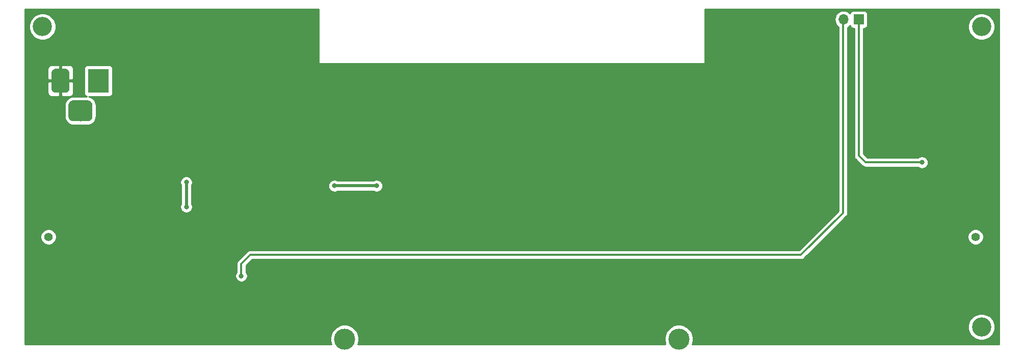
<source format=gbr>
G04 #@! TF.GenerationSoftware,KiCad,Pcbnew,(5.1.4)-1*
G04 #@! TF.CreationDate,2020-04-08T10:51:13+02:00*
G04 #@! TF.ProjectId,PCB_Theremin,5043425f-5468-4657-9265-6d696e2e6b69,rev?*
G04 #@! TF.SameCoordinates,Original*
G04 #@! TF.FileFunction,Copper,L2,Bot*
G04 #@! TF.FilePolarity,Positive*
%FSLAX46Y46*%
G04 Gerber Fmt 4.6, Leading zero omitted, Abs format (unit mm)*
G04 Created by KiCad (PCBNEW (5.1.4)-1) date 2020-04-08 10:51:13*
%MOMM*%
%LPD*%
G04 APERTURE LIST*
%ADD10O,1.700000X1.700000*%
%ADD11R,1.700000X1.700000*%
%ADD12C,1.400000*%
%ADD13C,0.100000*%
%ADD14C,3.500000*%
%ADD15C,3.000000*%
%ADD16R,3.500000X4.000000*%
%ADD17C,3.200000*%
%ADD18C,0.800000*%
%ADD19C,0.500000*%
%ADD20C,0.300000*%
%ADD21C,0.254000*%
G04 APERTURE END LIST*
D10*
X188060000Y-63800000D03*
D11*
X190600000Y-63800000D03*
D12*
X210000000Y-100000000D03*
X56000000Y-100000000D03*
D13*
G36*
X62510765Y-77254213D02*
G01*
X62595704Y-77266813D01*
X62678999Y-77287677D01*
X62759848Y-77316605D01*
X62837472Y-77353319D01*
X62911124Y-77397464D01*
X62980094Y-77448616D01*
X63043718Y-77506282D01*
X63101384Y-77569906D01*
X63152536Y-77638876D01*
X63196681Y-77712528D01*
X63233395Y-77790152D01*
X63262323Y-77871001D01*
X63283187Y-77954296D01*
X63295787Y-78039235D01*
X63300000Y-78125000D01*
X63300000Y-79875000D01*
X63295787Y-79960765D01*
X63283187Y-80045704D01*
X63262323Y-80128999D01*
X63233395Y-80209848D01*
X63196681Y-80287472D01*
X63152536Y-80361124D01*
X63101384Y-80430094D01*
X63043718Y-80493718D01*
X62980094Y-80551384D01*
X62911124Y-80602536D01*
X62837472Y-80646681D01*
X62759848Y-80683395D01*
X62678999Y-80712323D01*
X62595704Y-80733187D01*
X62510765Y-80745787D01*
X62425000Y-80750000D01*
X60175000Y-80750000D01*
X60089235Y-80745787D01*
X60004296Y-80733187D01*
X59921001Y-80712323D01*
X59840152Y-80683395D01*
X59762528Y-80646681D01*
X59688876Y-80602536D01*
X59619906Y-80551384D01*
X59556282Y-80493718D01*
X59498616Y-80430094D01*
X59447464Y-80361124D01*
X59403319Y-80287472D01*
X59366605Y-80209848D01*
X59337677Y-80128999D01*
X59316813Y-80045704D01*
X59304213Y-79960765D01*
X59300000Y-79875000D01*
X59300000Y-78125000D01*
X59304213Y-78039235D01*
X59316813Y-77954296D01*
X59337677Y-77871001D01*
X59366605Y-77790152D01*
X59403319Y-77712528D01*
X59447464Y-77638876D01*
X59498616Y-77569906D01*
X59556282Y-77506282D01*
X59619906Y-77448616D01*
X59688876Y-77397464D01*
X59762528Y-77353319D01*
X59840152Y-77316605D01*
X59921001Y-77287677D01*
X60004296Y-77266813D01*
X60089235Y-77254213D01*
X60175000Y-77250000D01*
X62425000Y-77250000D01*
X62510765Y-77254213D01*
X62510765Y-77254213D01*
G37*
D14*
X61300000Y-79000000D03*
D13*
G36*
X58823513Y-72003611D02*
G01*
X58896318Y-72014411D01*
X58967714Y-72032295D01*
X59037013Y-72057090D01*
X59103548Y-72088559D01*
X59166678Y-72126398D01*
X59225795Y-72170242D01*
X59280330Y-72219670D01*
X59329758Y-72274205D01*
X59373602Y-72333322D01*
X59411441Y-72396452D01*
X59442910Y-72462987D01*
X59467705Y-72532286D01*
X59485589Y-72603682D01*
X59496389Y-72676487D01*
X59500000Y-72750000D01*
X59500000Y-75250000D01*
X59496389Y-75323513D01*
X59485589Y-75396318D01*
X59467705Y-75467714D01*
X59442910Y-75537013D01*
X59411441Y-75603548D01*
X59373602Y-75666678D01*
X59329758Y-75725795D01*
X59280330Y-75780330D01*
X59225795Y-75829758D01*
X59166678Y-75873602D01*
X59103548Y-75911441D01*
X59037013Y-75942910D01*
X58967714Y-75967705D01*
X58896318Y-75985589D01*
X58823513Y-75996389D01*
X58750000Y-76000000D01*
X57250000Y-76000000D01*
X57176487Y-75996389D01*
X57103682Y-75985589D01*
X57032286Y-75967705D01*
X56962987Y-75942910D01*
X56896452Y-75911441D01*
X56833322Y-75873602D01*
X56774205Y-75829758D01*
X56719670Y-75780330D01*
X56670242Y-75725795D01*
X56626398Y-75666678D01*
X56588559Y-75603548D01*
X56557090Y-75537013D01*
X56532295Y-75467714D01*
X56514411Y-75396318D01*
X56503611Y-75323513D01*
X56500000Y-75250000D01*
X56500000Y-72750000D01*
X56503611Y-72676487D01*
X56514411Y-72603682D01*
X56532295Y-72532286D01*
X56557090Y-72462987D01*
X56588559Y-72396452D01*
X56626398Y-72333322D01*
X56670242Y-72274205D01*
X56719670Y-72219670D01*
X56774205Y-72170242D01*
X56833322Y-72126398D01*
X56896452Y-72088559D01*
X56962987Y-72057090D01*
X57032286Y-72032295D01*
X57103682Y-72014411D01*
X57176487Y-72003611D01*
X57250000Y-72000000D01*
X58750000Y-72000000D01*
X58823513Y-72003611D01*
X58823513Y-72003611D01*
G37*
D15*
X58000000Y-74000000D03*
D16*
X64300000Y-74000000D03*
D14*
X105200000Y-117000000D03*
X160700000Y-117000000D03*
D17*
X55000000Y-65000000D03*
X211000000Y-65000000D03*
X211000000Y-115000000D03*
X55000000Y-115000000D03*
D18*
X78000000Y-111000062D03*
X70000000Y-115000000D03*
X63525000Y-108025000D03*
X187000000Y-102500000D03*
X187000000Y-106500000D03*
X84000000Y-65000000D03*
X87000000Y-65000000D03*
X90000000Y-65000000D03*
X93000000Y-65000000D03*
X96000000Y-65000000D03*
X99000000Y-65000000D03*
X99000000Y-67000000D03*
X96000000Y-67000000D03*
X93000000Y-67000000D03*
X93000000Y-69000000D03*
X96000000Y-69000000D03*
X99000000Y-69000000D03*
X99000000Y-71000000D03*
X96000000Y-71000000D03*
X93000000Y-71000000D03*
X93000000Y-73000000D03*
X96000000Y-73000000D03*
X99000000Y-73000000D03*
X99000000Y-75000000D03*
X96000000Y-75000000D03*
X93000000Y-75000000D03*
X93000000Y-77000000D03*
X96000000Y-77000000D03*
X99000000Y-77000000D03*
X99000000Y-79000000D03*
X96000000Y-79000000D03*
X93000000Y-79000000D03*
X90000000Y-79000000D03*
X87000000Y-79000000D03*
X84000000Y-79000000D03*
X84000000Y-81000000D03*
X87000000Y-81000000D03*
X90000000Y-81000000D03*
X93000000Y-81000000D03*
X96000000Y-81000000D03*
X99000000Y-81000000D03*
X85100000Y-115000000D03*
X203000000Y-89000000D03*
X210100000Y-91000000D03*
X210100000Y-80000000D03*
X87500000Y-98100000D03*
X67500000Y-65000000D03*
X87000000Y-109000000D03*
X96000000Y-114999736D03*
X92900000Y-107900000D03*
X69000000Y-85000002D03*
X82500000Y-87000000D03*
X73000000Y-98000000D03*
X78000000Y-107000000D03*
X94500000Y-100500000D03*
X192000000Y-115500000D03*
X195000000Y-98500000D03*
X201449992Y-105450000D03*
X203000000Y-83000016D03*
X84000000Y-63000000D03*
X87000000Y-63000000D03*
X90000000Y-63000000D03*
X93000000Y-63000000D03*
X96000000Y-63000000D03*
X99000000Y-63000000D03*
X78900000Y-95000000D03*
X78900000Y-90900012D03*
X103499989Y-91499989D03*
X110500000Y-91500000D03*
X201100000Y-87600000D03*
X88035000Y-106500000D03*
D19*
X78900000Y-95000000D02*
X78900000Y-90900012D01*
D20*
X110499989Y-91499989D02*
X110500000Y-91500000D01*
D19*
X103499989Y-91499989D02*
X110499989Y-91499989D01*
D20*
X190600000Y-64000000D02*
X191000000Y-64000000D01*
X190600000Y-86500000D02*
X190600000Y-64000000D01*
X201100000Y-87600000D02*
X191700000Y-87600000D01*
X191700000Y-87600000D02*
X190600000Y-86500000D01*
X188000000Y-96000000D02*
X188000000Y-64000000D01*
X181000000Y-103000000D02*
X188000000Y-96000000D01*
X89500000Y-103000000D02*
X181000000Y-103000000D01*
X88035000Y-106500000D02*
X88035000Y-104465000D01*
X88035000Y-104465000D02*
X89500000Y-103000000D01*
D21*
G36*
X100873000Y-71000000D02*
G01*
X100875440Y-71024776D01*
X100882667Y-71048601D01*
X100894403Y-71070557D01*
X100910197Y-71089803D01*
X100929443Y-71105597D01*
X100951399Y-71117333D01*
X100975224Y-71124560D01*
X101000000Y-71127000D01*
X164940953Y-71127000D01*
X164965729Y-71124560D01*
X164989554Y-71117333D01*
X165011510Y-71105597D01*
X165030756Y-71089803D01*
X165046550Y-71070557D01*
X165058286Y-71048601D01*
X165065513Y-71024776D01*
X165067953Y-71000000D01*
X165067953Y-62127000D01*
X213873000Y-62127000D01*
X213873000Y-117873000D01*
X162919897Y-117873000D01*
X162993346Y-117695679D01*
X163085000Y-117234902D01*
X163085000Y-116765098D01*
X162993346Y-116304321D01*
X162813560Y-115870279D01*
X162552550Y-115479651D01*
X162220349Y-115147450D01*
X161829721Y-114886440D01*
X161572443Y-114779872D01*
X208765000Y-114779872D01*
X208765000Y-115220128D01*
X208850890Y-115651925D01*
X209019369Y-116058669D01*
X209263962Y-116424729D01*
X209575271Y-116736038D01*
X209941331Y-116980631D01*
X210348075Y-117149110D01*
X210779872Y-117235000D01*
X211220128Y-117235000D01*
X211651925Y-117149110D01*
X212058669Y-116980631D01*
X212424729Y-116736038D01*
X212736038Y-116424729D01*
X212980631Y-116058669D01*
X213149110Y-115651925D01*
X213235000Y-115220128D01*
X213235000Y-114779872D01*
X213149110Y-114348075D01*
X212980631Y-113941331D01*
X212736038Y-113575271D01*
X212424729Y-113263962D01*
X212058669Y-113019369D01*
X211651925Y-112850890D01*
X211220128Y-112765000D01*
X210779872Y-112765000D01*
X210348075Y-112850890D01*
X209941331Y-113019369D01*
X209575271Y-113263962D01*
X209263962Y-113575271D01*
X209019369Y-113941331D01*
X208850890Y-114348075D01*
X208765000Y-114779872D01*
X161572443Y-114779872D01*
X161395679Y-114706654D01*
X160934902Y-114615000D01*
X160465098Y-114615000D01*
X160004321Y-114706654D01*
X159570279Y-114886440D01*
X159179651Y-115147450D01*
X158847450Y-115479651D01*
X158586440Y-115870279D01*
X158406654Y-116304321D01*
X158315000Y-116765098D01*
X158315000Y-117234902D01*
X158406654Y-117695679D01*
X158480103Y-117873000D01*
X107419897Y-117873000D01*
X107493346Y-117695679D01*
X107585000Y-117234902D01*
X107585000Y-116765098D01*
X107493346Y-116304321D01*
X107313560Y-115870279D01*
X107052550Y-115479651D01*
X106720349Y-115147450D01*
X106329721Y-114886440D01*
X105895679Y-114706654D01*
X105434902Y-114615000D01*
X104965098Y-114615000D01*
X104504321Y-114706654D01*
X104070279Y-114886440D01*
X103679651Y-115147450D01*
X103347450Y-115479651D01*
X103086440Y-115870279D01*
X102906654Y-116304321D01*
X102815000Y-116765098D01*
X102815000Y-117234902D01*
X102906654Y-117695679D01*
X102980103Y-117873000D01*
X52127000Y-117873000D01*
X52127000Y-106398061D01*
X87000000Y-106398061D01*
X87000000Y-106601939D01*
X87039774Y-106801898D01*
X87117795Y-106990256D01*
X87231063Y-107159774D01*
X87375226Y-107303937D01*
X87544744Y-107417205D01*
X87733102Y-107495226D01*
X87933061Y-107535000D01*
X88136939Y-107535000D01*
X88336898Y-107495226D01*
X88525256Y-107417205D01*
X88694774Y-107303937D01*
X88838937Y-107159774D01*
X88952205Y-106990256D01*
X89030226Y-106801898D01*
X89070000Y-106601939D01*
X89070000Y-106398061D01*
X89030226Y-106198102D01*
X88952205Y-106009744D01*
X88838937Y-105840226D01*
X88820000Y-105821289D01*
X88820000Y-104790157D01*
X89825157Y-103785000D01*
X180961447Y-103785000D01*
X181000000Y-103788797D01*
X181038553Y-103785000D01*
X181038561Y-103785000D01*
X181153887Y-103773641D01*
X181301860Y-103728754D01*
X181438233Y-103655862D01*
X181557764Y-103557764D01*
X181582347Y-103527810D01*
X185241643Y-99868514D01*
X208665000Y-99868514D01*
X208665000Y-100131486D01*
X208716304Y-100389405D01*
X208816939Y-100632359D01*
X208963038Y-100851013D01*
X209148987Y-101036962D01*
X209367641Y-101183061D01*
X209610595Y-101283696D01*
X209868514Y-101335000D01*
X210131486Y-101335000D01*
X210389405Y-101283696D01*
X210632359Y-101183061D01*
X210851013Y-101036962D01*
X211036962Y-100851013D01*
X211183061Y-100632359D01*
X211283696Y-100389405D01*
X211335000Y-100131486D01*
X211335000Y-99868514D01*
X211283696Y-99610595D01*
X211183061Y-99367641D01*
X211036962Y-99148987D01*
X210851013Y-98963038D01*
X210632359Y-98816939D01*
X210389405Y-98716304D01*
X210131486Y-98665000D01*
X209868514Y-98665000D01*
X209610595Y-98716304D01*
X209367641Y-98816939D01*
X209148987Y-98963038D01*
X208963038Y-99148987D01*
X208816939Y-99367641D01*
X208716304Y-99610595D01*
X208665000Y-99868514D01*
X185241643Y-99868514D01*
X188527817Y-96582341D01*
X188557764Y-96557764D01*
X188655862Y-96438233D01*
X188728754Y-96301860D01*
X188728754Y-96301859D01*
X188773642Y-96153887D01*
X188781020Y-96078974D01*
X188785000Y-96038561D01*
X188785000Y-96038556D01*
X188788797Y-96000000D01*
X188785000Y-95961445D01*
X188785000Y-65096303D01*
X188889014Y-65040706D01*
X189115134Y-64855134D01*
X189139607Y-64825313D01*
X189160498Y-64894180D01*
X189219463Y-65004494D01*
X189298815Y-65101185D01*
X189395506Y-65180537D01*
X189505820Y-65239502D01*
X189625518Y-65275812D01*
X189750000Y-65288072D01*
X189815001Y-65288072D01*
X189815000Y-86461447D01*
X189811203Y-86500000D01*
X189815000Y-86538553D01*
X189815000Y-86538560D01*
X189826359Y-86653886D01*
X189871246Y-86801859D01*
X189944138Y-86938232D01*
X190042236Y-87057764D01*
X190072190Y-87082347D01*
X191117658Y-88127815D01*
X191142236Y-88157764D01*
X191172184Y-88182342D01*
X191172187Y-88182345D01*
X191201559Y-88206450D01*
X191261767Y-88255862D01*
X191398140Y-88328754D01*
X191546113Y-88373642D01*
X191621026Y-88381020D01*
X191661439Y-88385000D01*
X191661444Y-88385000D01*
X191700000Y-88388797D01*
X191738555Y-88385000D01*
X200421289Y-88385000D01*
X200440226Y-88403937D01*
X200609744Y-88517205D01*
X200798102Y-88595226D01*
X200998061Y-88635000D01*
X201201939Y-88635000D01*
X201401898Y-88595226D01*
X201590256Y-88517205D01*
X201759774Y-88403937D01*
X201903937Y-88259774D01*
X202017205Y-88090256D01*
X202095226Y-87901898D01*
X202135000Y-87701939D01*
X202135000Y-87498061D01*
X202095226Y-87298102D01*
X202017205Y-87109744D01*
X201903937Y-86940226D01*
X201759774Y-86796063D01*
X201590256Y-86682795D01*
X201401898Y-86604774D01*
X201201939Y-86565000D01*
X200998061Y-86565000D01*
X200798102Y-86604774D01*
X200609744Y-86682795D01*
X200440226Y-86796063D01*
X200421289Y-86815000D01*
X192025158Y-86815000D01*
X191385000Y-86174843D01*
X191385000Y-65288072D01*
X191450000Y-65288072D01*
X191574482Y-65275812D01*
X191694180Y-65239502D01*
X191804494Y-65180537D01*
X191901185Y-65101185D01*
X191980537Y-65004494D01*
X192039502Y-64894180D01*
X192074176Y-64779872D01*
X208765000Y-64779872D01*
X208765000Y-65220128D01*
X208850890Y-65651925D01*
X209019369Y-66058669D01*
X209263962Y-66424729D01*
X209575271Y-66736038D01*
X209941331Y-66980631D01*
X210348075Y-67149110D01*
X210779872Y-67235000D01*
X211220128Y-67235000D01*
X211651925Y-67149110D01*
X212058669Y-66980631D01*
X212424729Y-66736038D01*
X212736038Y-66424729D01*
X212980631Y-66058669D01*
X213149110Y-65651925D01*
X213235000Y-65220128D01*
X213235000Y-64779872D01*
X213149110Y-64348075D01*
X212980631Y-63941331D01*
X212736038Y-63575271D01*
X212424729Y-63263962D01*
X212058669Y-63019369D01*
X211651925Y-62850890D01*
X211220128Y-62765000D01*
X210779872Y-62765000D01*
X210348075Y-62850890D01*
X209941331Y-63019369D01*
X209575271Y-63263962D01*
X209263962Y-63575271D01*
X209019369Y-63941331D01*
X208850890Y-64348075D01*
X208765000Y-64779872D01*
X192074176Y-64779872D01*
X192075812Y-64774482D01*
X192088072Y-64650000D01*
X192088072Y-62950000D01*
X192075812Y-62825518D01*
X192039502Y-62705820D01*
X191980537Y-62595506D01*
X191901185Y-62498815D01*
X191804494Y-62419463D01*
X191694180Y-62360498D01*
X191574482Y-62324188D01*
X191450000Y-62311928D01*
X189750000Y-62311928D01*
X189625518Y-62324188D01*
X189505820Y-62360498D01*
X189395506Y-62419463D01*
X189298815Y-62498815D01*
X189219463Y-62595506D01*
X189160498Y-62705820D01*
X189139607Y-62774687D01*
X189115134Y-62744866D01*
X188889014Y-62559294D01*
X188631034Y-62421401D01*
X188351111Y-62336487D01*
X188132950Y-62315000D01*
X187987050Y-62315000D01*
X187768889Y-62336487D01*
X187488966Y-62421401D01*
X187230986Y-62559294D01*
X187004866Y-62744866D01*
X186819294Y-62970986D01*
X186681401Y-63228966D01*
X186596487Y-63508889D01*
X186567815Y-63800000D01*
X186596487Y-64091111D01*
X186681401Y-64371034D01*
X186819294Y-64629014D01*
X187004866Y-64855134D01*
X187215001Y-65027587D01*
X187215000Y-95674842D01*
X180674843Y-102215000D01*
X89538556Y-102215000D01*
X89500000Y-102211203D01*
X89461444Y-102215000D01*
X89461439Y-102215000D01*
X89421026Y-102218980D01*
X89346113Y-102226358D01*
X89198140Y-102271246D01*
X89061767Y-102344138D01*
X88942236Y-102442236D01*
X88917655Y-102472188D01*
X87507185Y-103882658D01*
X87477237Y-103907236D01*
X87452659Y-103937184D01*
X87452655Y-103937188D01*
X87419690Y-103977356D01*
X87379139Y-104026767D01*
X87340177Y-104099660D01*
X87306246Y-104163141D01*
X87261359Y-104311114D01*
X87246203Y-104465000D01*
X87250001Y-104503563D01*
X87250000Y-105821289D01*
X87231063Y-105840226D01*
X87117795Y-106009744D01*
X87039774Y-106198102D01*
X87000000Y-106398061D01*
X52127000Y-106398061D01*
X52127000Y-99868514D01*
X54665000Y-99868514D01*
X54665000Y-100131486D01*
X54716304Y-100389405D01*
X54816939Y-100632359D01*
X54963038Y-100851013D01*
X55148987Y-101036962D01*
X55367641Y-101183061D01*
X55610595Y-101283696D01*
X55868514Y-101335000D01*
X56131486Y-101335000D01*
X56389405Y-101283696D01*
X56632359Y-101183061D01*
X56851013Y-101036962D01*
X57036962Y-100851013D01*
X57183061Y-100632359D01*
X57283696Y-100389405D01*
X57335000Y-100131486D01*
X57335000Y-99868514D01*
X57283696Y-99610595D01*
X57183061Y-99367641D01*
X57036962Y-99148987D01*
X56851013Y-98963038D01*
X56632359Y-98816939D01*
X56389405Y-98716304D01*
X56131486Y-98665000D01*
X55868514Y-98665000D01*
X55610595Y-98716304D01*
X55367641Y-98816939D01*
X55148987Y-98963038D01*
X54963038Y-99148987D01*
X54816939Y-99367641D01*
X54716304Y-99610595D01*
X54665000Y-99868514D01*
X52127000Y-99868514D01*
X52127000Y-90798073D01*
X77865000Y-90798073D01*
X77865000Y-91001951D01*
X77904774Y-91201910D01*
X77982795Y-91390268D01*
X78015001Y-91438468D01*
X78015000Y-94461545D01*
X77982795Y-94509744D01*
X77904774Y-94698102D01*
X77865000Y-94898061D01*
X77865000Y-95101939D01*
X77904774Y-95301898D01*
X77982795Y-95490256D01*
X78096063Y-95659774D01*
X78240226Y-95803937D01*
X78409744Y-95917205D01*
X78598102Y-95995226D01*
X78798061Y-96035000D01*
X79001939Y-96035000D01*
X79201898Y-95995226D01*
X79390256Y-95917205D01*
X79559774Y-95803937D01*
X79703937Y-95659774D01*
X79817205Y-95490256D01*
X79895226Y-95301898D01*
X79935000Y-95101939D01*
X79935000Y-94898061D01*
X79895226Y-94698102D01*
X79817205Y-94509744D01*
X79785000Y-94461546D01*
X79785000Y-91438466D01*
X79812005Y-91398050D01*
X102464989Y-91398050D01*
X102464989Y-91601928D01*
X102504763Y-91801887D01*
X102582784Y-91990245D01*
X102696052Y-92159763D01*
X102840215Y-92303926D01*
X103009733Y-92417194D01*
X103198091Y-92495215D01*
X103398050Y-92534989D01*
X103601928Y-92534989D01*
X103801887Y-92495215D01*
X103990245Y-92417194D01*
X104038443Y-92384989D01*
X109961529Y-92384989D01*
X110009744Y-92417205D01*
X110198102Y-92495226D01*
X110398061Y-92535000D01*
X110601939Y-92535000D01*
X110801898Y-92495226D01*
X110990256Y-92417205D01*
X111159774Y-92303937D01*
X111303937Y-92159774D01*
X111417205Y-91990256D01*
X111495226Y-91801898D01*
X111535000Y-91601939D01*
X111535000Y-91398061D01*
X111495226Y-91198102D01*
X111417205Y-91009744D01*
X111303937Y-90840226D01*
X111159774Y-90696063D01*
X110990256Y-90582795D01*
X110801898Y-90504774D01*
X110601939Y-90465000D01*
X110398061Y-90465000D01*
X110198102Y-90504774D01*
X110009744Y-90582795D01*
X109961562Y-90614989D01*
X104038443Y-90614989D01*
X103990245Y-90582784D01*
X103801887Y-90504763D01*
X103601928Y-90464989D01*
X103398050Y-90464989D01*
X103198091Y-90504763D01*
X103009733Y-90582784D01*
X102840215Y-90696052D01*
X102696052Y-90840215D01*
X102582784Y-91009733D01*
X102504763Y-91198091D01*
X102464989Y-91398050D01*
X79812005Y-91398050D01*
X79817205Y-91390268D01*
X79895226Y-91201910D01*
X79935000Y-91001951D01*
X79935000Y-90798073D01*
X79895226Y-90598114D01*
X79817205Y-90409756D01*
X79703937Y-90240238D01*
X79559774Y-90096075D01*
X79390256Y-89982807D01*
X79201898Y-89904786D01*
X79001939Y-89865012D01*
X78798061Y-89865012D01*
X78598102Y-89904786D01*
X78409744Y-89982807D01*
X78240226Y-90096075D01*
X78096063Y-90240238D01*
X77982795Y-90409756D01*
X77904774Y-90598114D01*
X77865000Y-90798073D01*
X52127000Y-90798073D01*
X52127000Y-78125000D01*
X58661928Y-78125000D01*
X58661928Y-79875000D01*
X58691001Y-80170186D01*
X58777104Y-80454028D01*
X58916927Y-80715618D01*
X59105097Y-80944903D01*
X59334382Y-81133073D01*
X59595972Y-81272896D01*
X59879814Y-81358999D01*
X60175000Y-81388072D01*
X62425000Y-81388072D01*
X62720186Y-81358999D01*
X63004028Y-81272896D01*
X63265618Y-81133073D01*
X63494903Y-80944903D01*
X63683073Y-80715618D01*
X63822896Y-80454028D01*
X63908999Y-80170186D01*
X63938072Y-79875000D01*
X63938072Y-78125000D01*
X63908999Y-77829814D01*
X63822896Y-77545972D01*
X63683073Y-77284382D01*
X63494903Y-77055097D01*
X63265618Y-76866927D01*
X63004028Y-76727104D01*
X62720186Y-76641001D01*
X62690447Y-76638072D01*
X66050000Y-76638072D01*
X66174482Y-76625812D01*
X66294180Y-76589502D01*
X66404494Y-76530537D01*
X66501185Y-76451185D01*
X66580537Y-76354494D01*
X66639502Y-76244180D01*
X66675812Y-76124482D01*
X66688072Y-76000000D01*
X66688072Y-72000000D01*
X66675812Y-71875518D01*
X66639502Y-71755820D01*
X66580537Y-71645506D01*
X66501185Y-71548815D01*
X66404494Y-71469463D01*
X66294180Y-71410498D01*
X66174482Y-71374188D01*
X66050000Y-71361928D01*
X62550000Y-71361928D01*
X62425518Y-71374188D01*
X62305820Y-71410498D01*
X62195506Y-71469463D01*
X62098815Y-71548815D01*
X62019463Y-71645506D01*
X61960498Y-71755820D01*
X61924188Y-71875518D01*
X61911928Y-72000000D01*
X61911928Y-76000000D01*
X61924188Y-76124482D01*
X61960498Y-76244180D01*
X62019463Y-76354494D01*
X62098815Y-76451185D01*
X62195506Y-76530537D01*
X62305820Y-76589502D01*
X62379749Y-76611928D01*
X60175000Y-76611928D01*
X59879814Y-76641001D01*
X59595972Y-76727104D01*
X59334382Y-76866927D01*
X59105097Y-77055097D01*
X58916927Y-77284382D01*
X58777104Y-77545972D01*
X58691001Y-77829814D01*
X58661928Y-78125000D01*
X52127000Y-78125000D01*
X52127000Y-76000000D01*
X55861928Y-76000000D01*
X55874188Y-76124482D01*
X55910498Y-76244180D01*
X55969463Y-76354494D01*
X56048815Y-76451185D01*
X56145506Y-76530537D01*
X56255820Y-76589502D01*
X56375518Y-76625812D01*
X56500000Y-76638072D01*
X57714250Y-76635000D01*
X57873000Y-76476250D01*
X57873000Y-74127000D01*
X58127000Y-74127000D01*
X58127000Y-76476250D01*
X58285750Y-76635000D01*
X59500000Y-76638072D01*
X59624482Y-76625812D01*
X59744180Y-76589502D01*
X59854494Y-76530537D01*
X59951185Y-76451185D01*
X60030537Y-76354494D01*
X60089502Y-76244180D01*
X60125812Y-76124482D01*
X60138072Y-76000000D01*
X60135000Y-74285750D01*
X59976250Y-74127000D01*
X58127000Y-74127000D01*
X57873000Y-74127000D01*
X56023750Y-74127000D01*
X55865000Y-74285750D01*
X55861928Y-76000000D01*
X52127000Y-76000000D01*
X52127000Y-72000000D01*
X55861928Y-72000000D01*
X55865000Y-73714250D01*
X56023750Y-73873000D01*
X57873000Y-73873000D01*
X57873000Y-71523750D01*
X58127000Y-71523750D01*
X58127000Y-73873000D01*
X59976250Y-73873000D01*
X60135000Y-73714250D01*
X60138072Y-72000000D01*
X60125812Y-71875518D01*
X60089502Y-71755820D01*
X60030537Y-71645506D01*
X59951185Y-71548815D01*
X59854494Y-71469463D01*
X59744180Y-71410498D01*
X59624482Y-71374188D01*
X59500000Y-71361928D01*
X58285750Y-71365000D01*
X58127000Y-71523750D01*
X57873000Y-71523750D01*
X57714250Y-71365000D01*
X56500000Y-71361928D01*
X56375518Y-71374188D01*
X56255820Y-71410498D01*
X56145506Y-71469463D01*
X56048815Y-71548815D01*
X55969463Y-71645506D01*
X55910498Y-71755820D01*
X55874188Y-71875518D01*
X55861928Y-72000000D01*
X52127000Y-72000000D01*
X52127000Y-64779872D01*
X52765000Y-64779872D01*
X52765000Y-65220128D01*
X52850890Y-65651925D01*
X53019369Y-66058669D01*
X53263962Y-66424729D01*
X53575271Y-66736038D01*
X53941331Y-66980631D01*
X54348075Y-67149110D01*
X54779872Y-67235000D01*
X55220128Y-67235000D01*
X55651925Y-67149110D01*
X56058669Y-66980631D01*
X56424729Y-66736038D01*
X56736038Y-66424729D01*
X56980631Y-66058669D01*
X57149110Y-65651925D01*
X57235000Y-65220128D01*
X57235000Y-64779872D01*
X57149110Y-64348075D01*
X56980631Y-63941331D01*
X56736038Y-63575271D01*
X56424729Y-63263962D01*
X56058669Y-63019369D01*
X55651925Y-62850890D01*
X55220128Y-62765000D01*
X54779872Y-62765000D01*
X54348075Y-62850890D01*
X53941331Y-63019369D01*
X53575271Y-63263962D01*
X53263962Y-63575271D01*
X53019369Y-63941331D01*
X52850890Y-64348075D01*
X52765000Y-64779872D01*
X52127000Y-64779872D01*
X52127000Y-62127000D01*
X100873000Y-62127000D01*
X100873000Y-71000000D01*
X100873000Y-71000000D01*
G37*
X100873000Y-71000000D02*
X100875440Y-71024776D01*
X100882667Y-71048601D01*
X100894403Y-71070557D01*
X100910197Y-71089803D01*
X100929443Y-71105597D01*
X100951399Y-71117333D01*
X100975224Y-71124560D01*
X101000000Y-71127000D01*
X164940953Y-71127000D01*
X164965729Y-71124560D01*
X164989554Y-71117333D01*
X165011510Y-71105597D01*
X165030756Y-71089803D01*
X165046550Y-71070557D01*
X165058286Y-71048601D01*
X165065513Y-71024776D01*
X165067953Y-71000000D01*
X165067953Y-62127000D01*
X213873000Y-62127000D01*
X213873000Y-117873000D01*
X162919897Y-117873000D01*
X162993346Y-117695679D01*
X163085000Y-117234902D01*
X163085000Y-116765098D01*
X162993346Y-116304321D01*
X162813560Y-115870279D01*
X162552550Y-115479651D01*
X162220349Y-115147450D01*
X161829721Y-114886440D01*
X161572443Y-114779872D01*
X208765000Y-114779872D01*
X208765000Y-115220128D01*
X208850890Y-115651925D01*
X209019369Y-116058669D01*
X209263962Y-116424729D01*
X209575271Y-116736038D01*
X209941331Y-116980631D01*
X210348075Y-117149110D01*
X210779872Y-117235000D01*
X211220128Y-117235000D01*
X211651925Y-117149110D01*
X212058669Y-116980631D01*
X212424729Y-116736038D01*
X212736038Y-116424729D01*
X212980631Y-116058669D01*
X213149110Y-115651925D01*
X213235000Y-115220128D01*
X213235000Y-114779872D01*
X213149110Y-114348075D01*
X212980631Y-113941331D01*
X212736038Y-113575271D01*
X212424729Y-113263962D01*
X212058669Y-113019369D01*
X211651925Y-112850890D01*
X211220128Y-112765000D01*
X210779872Y-112765000D01*
X210348075Y-112850890D01*
X209941331Y-113019369D01*
X209575271Y-113263962D01*
X209263962Y-113575271D01*
X209019369Y-113941331D01*
X208850890Y-114348075D01*
X208765000Y-114779872D01*
X161572443Y-114779872D01*
X161395679Y-114706654D01*
X160934902Y-114615000D01*
X160465098Y-114615000D01*
X160004321Y-114706654D01*
X159570279Y-114886440D01*
X159179651Y-115147450D01*
X158847450Y-115479651D01*
X158586440Y-115870279D01*
X158406654Y-116304321D01*
X158315000Y-116765098D01*
X158315000Y-117234902D01*
X158406654Y-117695679D01*
X158480103Y-117873000D01*
X107419897Y-117873000D01*
X107493346Y-117695679D01*
X107585000Y-117234902D01*
X107585000Y-116765098D01*
X107493346Y-116304321D01*
X107313560Y-115870279D01*
X107052550Y-115479651D01*
X106720349Y-115147450D01*
X106329721Y-114886440D01*
X105895679Y-114706654D01*
X105434902Y-114615000D01*
X104965098Y-114615000D01*
X104504321Y-114706654D01*
X104070279Y-114886440D01*
X103679651Y-115147450D01*
X103347450Y-115479651D01*
X103086440Y-115870279D01*
X102906654Y-116304321D01*
X102815000Y-116765098D01*
X102815000Y-117234902D01*
X102906654Y-117695679D01*
X102980103Y-117873000D01*
X52127000Y-117873000D01*
X52127000Y-106398061D01*
X87000000Y-106398061D01*
X87000000Y-106601939D01*
X87039774Y-106801898D01*
X87117795Y-106990256D01*
X87231063Y-107159774D01*
X87375226Y-107303937D01*
X87544744Y-107417205D01*
X87733102Y-107495226D01*
X87933061Y-107535000D01*
X88136939Y-107535000D01*
X88336898Y-107495226D01*
X88525256Y-107417205D01*
X88694774Y-107303937D01*
X88838937Y-107159774D01*
X88952205Y-106990256D01*
X89030226Y-106801898D01*
X89070000Y-106601939D01*
X89070000Y-106398061D01*
X89030226Y-106198102D01*
X88952205Y-106009744D01*
X88838937Y-105840226D01*
X88820000Y-105821289D01*
X88820000Y-104790157D01*
X89825157Y-103785000D01*
X180961447Y-103785000D01*
X181000000Y-103788797D01*
X181038553Y-103785000D01*
X181038561Y-103785000D01*
X181153887Y-103773641D01*
X181301860Y-103728754D01*
X181438233Y-103655862D01*
X181557764Y-103557764D01*
X181582347Y-103527810D01*
X185241643Y-99868514D01*
X208665000Y-99868514D01*
X208665000Y-100131486D01*
X208716304Y-100389405D01*
X208816939Y-100632359D01*
X208963038Y-100851013D01*
X209148987Y-101036962D01*
X209367641Y-101183061D01*
X209610595Y-101283696D01*
X209868514Y-101335000D01*
X210131486Y-101335000D01*
X210389405Y-101283696D01*
X210632359Y-101183061D01*
X210851013Y-101036962D01*
X211036962Y-100851013D01*
X211183061Y-100632359D01*
X211283696Y-100389405D01*
X211335000Y-100131486D01*
X211335000Y-99868514D01*
X211283696Y-99610595D01*
X211183061Y-99367641D01*
X211036962Y-99148987D01*
X210851013Y-98963038D01*
X210632359Y-98816939D01*
X210389405Y-98716304D01*
X210131486Y-98665000D01*
X209868514Y-98665000D01*
X209610595Y-98716304D01*
X209367641Y-98816939D01*
X209148987Y-98963038D01*
X208963038Y-99148987D01*
X208816939Y-99367641D01*
X208716304Y-99610595D01*
X208665000Y-99868514D01*
X185241643Y-99868514D01*
X188527817Y-96582341D01*
X188557764Y-96557764D01*
X188655862Y-96438233D01*
X188728754Y-96301860D01*
X188728754Y-96301859D01*
X188773642Y-96153887D01*
X188781020Y-96078974D01*
X188785000Y-96038561D01*
X188785000Y-96038556D01*
X188788797Y-96000000D01*
X188785000Y-95961445D01*
X188785000Y-65096303D01*
X188889014Y-65040706D01*
X189115134Y-64855134D01*
X189139607Y-64825313D01*
X189160498Y-64894180D01*
X189219463Y-65004494D01*
X189298815Y-65101185D01*
X189395506Y-65180537D01*
X189505820Y-65239502D01*
X189625518Y-65275812D01*
X189750000Y-65288072D01*
X189815001Y-65288072D01*
X189815000Y-86461447D01*
X189811203Y-86500000D01*
X189815000Y-86538553D01*
X189815000Y-86538560D01*
X189826359Y-86653886D01*
X189871246Y-86801859D01*
X189944138Y-86938232D01*
X190042236Y-87057764D01*
X190072190Y-87082347D01*
X191117658Y-88127815D01*
X191142236Y-88157764D01*
X191172184Y-88182342D01*
X191172187Y-88182345D01*
X191201559Y-88206450D01*
X191261767Y-88255862D01*
X191398140Y-88328754D01*
X191546113Y-88373642D01*
X191621026Y-88381020D01*
X191661439Y-88385000D01*
X191661444Y-88385000D01*
X191700000Y-88388797D01*
X191738555Y-88385000D01*
X200421289Y-88385000D01*
X200440226Y-88403937D01*
X200609744Y-88517205D01*
X200798102Y-88595226D01*
X200998061Y-88635000D01*
X201201939Y-88635000D01*
X201401898Y-88595226D01*
X201590256Y-88517205D01*
X201759774Y-88403937D01*
X201903937Y-88259774D01*
X202017205Y-88090256D01*
X202095226Y-87901898D01*
X202135000Y-87701939D01*
X202135000Y-87498061D01*
X202095226Y-87298102D01*
X202017205Y-87109744D01*
X201903937Y-86940226D01*
X201759774Y-86796063D01*
X201590256Y-86682795D01*
X201401898Y-86604774D01*
X201201939Y-86565000D01*
X200998061Y-86565000D01*
X200798102Y-86604774D01*
X200609744Y-86682795D01*
X200440226Y-86796063D01*
X200421289Y-86815000D01*
X192025158Y-86815000D01*
X191385000Y-86174843D01*
X191385000Y-65288072D01*
X191450000Y-65288072D01*
X191574482Y-65275812D01*
X191694180Y-65239502D01*
X191804494Y-65180537D01*
X191901185Y-65101185D01*
X191980537Y-65004494D01*
X192039502Y-64894180D01*
X192074176Y-64779872D01*
X208765000Y-64779872D01*
X208765000Y-65220128D01*
X208850890Y-65651925D01*
X209019369Y-66058669D01*
X209263962Y-66424729D01*
X209575271Y-66736038D01*
X209941331Y-66980631D01*
X210348075Y-67149110D01*
X210779872Y-67235000D01*
X211220128Y-67235000D01*
X211651925Y-67149110D01*
X212058669Y-66980631D01*
X212424729Y-66736038D01*
X212736038Y-66424729D01*
X212980631Y-66058669D01*
X213149110Y-65651925D01*
X213235000Y-65220128D01*
X213235000Y-64779872D01*
X213149110Y-64348075D01*
X212980631Y-63941331D01*
X212736038Y-63575271D01*
X212424729Y-63263962D01*
X212058669Y-63019369D01*
X211651925Y-62850890D01*
X211220128Y-62765000D01*
X210779872Y-62765000D01*
X210348075Y-62850890D01*
X209941331Y-63019369D01*
X209575271Y-63263962D01*
X209263962Y-63575271D01*
X209019369Y-63941331D01*
X208850890Y-64348075D01*
X208765000Y-64779872D01*
X192074176Y-64779872D01*
X192075812Y-64774482D01*
X192088072Y-64650000D01*
X192088072Y-62950000D01*
X192075812Y-62825518D01*
X192039502Y-62705820D01*
X191980537Y-62595506D01*
X191901185Y-62498815D01*
X191804494Y-62419463D01*
X191694180Y-62360498D01*
X191574482Y-62324188D01*
X191450000Y-62311928D01*
X189750000Y-62311928D01*
X189625518Y-62324188D01*
X189505820Y-62360498D01*
X189395506Y-62419463D01*
X189298815Y-62498815D01*
X189219463Y-62595506D01*
X189160498Y-62705820D01*
X189139607Y-62774687D01*
X189115134Y-62744866D01*
X188889014Y-62559294D01*
X188631034Y-62421401D01*
X188351111Y-62336487D01*
X188132950Y-62315000D01*
X187987050Y-62315000D01*
X187768889Y-62336487D01*
X187488966Y-62421401D01*
X187230986Y-62559294D01*
X187004866Y-62744866D01*
X186819294Y-62970986D01*
X186681401Y-63228966D01*
X186596487Y-63508889D01*
X186567815Y-63800000D01*
X186596487Y-64091111D01*
X186681401Y-64371034D01*
X186819294Y-64629014D01*
X187004866Y-64855134D01*
X187215001Y-65027587D01*
X187215000Y-95674842D01*
X180674843Y-102215000D01*
X89538556Y-102215000D01*
X89500000Y-102211203D01*
X89461444Y-102215000D01*
X89461439Y-102215000D01*
X89421026Y-102218980D01*
X89346113Y-102226358D01*
X89198140Y-102271246D01*
X89061767Y-102344138D01*
X88942236Y-102442236D01*
X88917655Y-102472188D01*
X87507185Y-103882658D01*
X87477237Y-103907236D01*
X87452659Y-103937184D01*
X87452655Y-103937188D01*
X87419690Y-103977356D01*
X87379139Y-104026767D01*
X87340177Y-104099660D01*
X87306246Y-104163141D01*
X87261359Y-104311114D01*
X87246203Y-104465000D01*
X87250001Y-104503563D01*
X87250000Y-105821289D01*
X87231063Y-105840226D01*
X87117795Y-106009744D01*
X87039774Y-106198102D01*
X87000000Y-106398061D01*
X52127000Y-106398061D01*
X52127000Y-99868514D01*
X54665000Y-99868514D01*
X54665000Y-100131486D01*
X54716304Y-100389405D01*
X54816939Y-100632359D01*
X54963038Y-100851013D01*
X55148987Y-101036962D01*
X55367641Y-101183061D01*
X55610595Y-101283696D01*
X55868514Y-101335000D01*
X56131486Y-101335000D01*
X56389405Y-101283696D01*
X56632359Y-101183061D01*
X56851013Y-101036962D01*
X57036962Y-100851013D01*
X57183061Y-100632359D01*
X57283696Y-100389405D01*
X57335000Y-100131486D01*
X57335000Y-99868514D01*
X57283696Y-99610595D01*
X57183061Y-99367641D01*
X57036962Y-99148987D01*
X56851013Y-98963038D01*
X56632359Y-98816939D01*
X56389405Y-98716304D01*
X56131486Y-98665000D01*
X55868514Y-98665000D01*
X55610595Y-98716304D01*
X55367641Y-98816939D01*
X55148987Y-98963038D01*
X54963038Y-99148987D01*
X54816939Y-99367641D01*
X54716304Y-99610595D01*
X54665000Y-99868514D01*
X52127000Y-99868514D01*
X52127000Y-90798073D01*
X77865000Y-90798073D01*
X77865000Y-91001951D01*
X77904774Y-91201910D01*
X77982795Y-91390268D01*
X78015001Y-91438468D01*
X78015000Y-94461545D01*
X77982795Y-94509744D01*
X77904774Y-94698102D01*
X77865000Y-94898061D01*
X77865000Y-95101939D01*
X77904774Y-95301898D01*
X77982795Y-95490256D01*
X78096063Y-95659774D01*
X78240226Y-95803937D01*
X78409744Y-95917205D01*
X78598102Y-95995226D01*
X78798061Y-96035000D01*
X79001939Y-96035000D01*
X79201898Y-95995226D01*
X79390256Y-95917205D01*
X79559774Y-95803937D01*
X79703937Y-95659774D01*
X79817205Y-95490256D01*
X79895226Y-95301898D01*
X79935000Y-95101939D01*
X79935000Y-94898061D01*
X79895226Y-94698102D01*
X79817205Y-94509744D01*
X79785000Y-94461546D01*
X79785000Y-91438466D01*
X79812005Y-91398050D01*
X102464989Y-91398050D01*
X102464989Y-91601928D01*
X102504763Y-91801887D01*
X102582784Y-91990245D01*
X102696052Y-92159763D01*
X102840215Y-92303926D01*
X103009733Y-92417194D01*
X103198091Y-92495215D01*
X103398050Y-92534989D01*
X103601928Y-92534989D01*
X103801887Y-92495215D01*
X103990245Y-92417194D01*
X104038443Y-92384989D01*
X109961529Y-92384989D01*
X110009744Y-92417205D01*
X110198102Y-92495226D01*
X110398061Y-92535000D01*
X110601939Y-92535000D01*
X110801898Y-92495226D01*
X110990256Y-92417205D01*
X111159774Y-92303937D01*
X111303937Y-92159774D01*
X111417205Y-91990256D01*
X111495226Y-91801898D01*
X111535000Y-91601939D01*
X111535000Y-91398061D01*
X111495226Y-91198102D01*
X111417205Y-91009744D01*
X111303937Y-90840226D01*
X111159774Y-90696063D01*
X110990256Y-90582795D01*
X110801898Y-90504774D01*
X110601939Y-90465000D01*
X110398061Y-90465000D01*
X110198102Y-90504774D01*
X110009744Y-90582795D01*
X109961562Y-90614989D01*
X104038443Y-90614989D01*
X103990245Y-90582784D01*
X103801887Y-90504763D01*
X103601928Y-90464989D01*
X103398050Y-90464989D01*
X103198091Y-90504763D01*
X103009733Y-90582784D01*
X102840215Y-90696052D01*
X102696052Y-90840215D01*
X102582784Y-91009733D01*
X102504763Y-91198091D01*
X102464989Y-91398050D01*
X79812005Y-91398050D01*
X79817205Y-91390268D01*
X79895226Y-91201910D01*
X79935000Y-91001951D01*
X79935000Y-90798073D01*
X79895226Y-90598114D01*
X79817205Y-90409756D01*
X79703937Y-90240238D01*
X79559774Y-90096075D01*
X79390256Y-89982807D01*
X79201898Y-89904786D01*
X79001939Y-89865012D01*
X78798061Y-89865012D01*
X78598102Y-89904786D01*
X78409744Y-89982807D01*
X78240226Y-90096075D01*
X78096063Y-90240238D01*
X77982795Y-90409756D01*
X77904774Y-90598114D01*
X77865000Y-90798073D01*
X52127000Y-90798073D01*
X52127000Y-78125000D01*
X58661928Y-78125000D01*
X58661928Y-79875000D01*
X58691001Y-80170186D01*
X58777104Y-80454028D01*
X58916927Y-80715618D01*
X59105097Y-80944903D01*
X59334382Y-81133073D01*
X59595972Y-81272896D01*
X59879814Y-81358999D01*
X60175000Y-81388072D01*
X62425000Y-81388072D01*
X62720186Y-81358999D01*
X63004028Y-81272896D01*
X63265618Y-81133073D01*
X63494903Y-80944903D01*
X63683073Y-80715618D01*
X63822896Y-80454028D01*
X63908999Y-80170186D01*
X63938072Y-79875000D01*
X63938072Y-78125000D01*
X63908999Y-77829814D01*
X63822896Y-77545972D01*
X63683073Y-77284382D01*
X63494903Y-77055097D01*
X63265618Y-76866927D01*
X63004028Y-76727104D01*
X62720186Y-76641001D01*
X62690447Y-76638072D01*
X66050000Y-76638072D01*
X66174482Y-76625812D01*
X66294180Y-76589502D01*
X66404494Y-76530537D01*
X66501185Y-76451185D01*
X66580537Y-76354494D01*
X66639502Y-76244180D01*
X66675812Y-76124482D01*
X66688072Y-76000000D01*
X66688072Y-72000000D01*
X66675812Y-71875518D01*
X66639502Y-71755820D01*
X66580537Y-71645506D01*
X66501185Y-71548815D01*
X66404494Y-71469463D01*
X66294180Y-71410498D01*
X66174482Y-71374188D01*
X66050000Y-71361928D01*
X62550000Y-71361928D01*
X62425518Y-71374188D01*
X62305820Y-71410498D01*
X62195506Y-71469463D01*
X62098815Y-71548815D01*
X62019463Y-71645506D01*
X61960498Y-71755820D01*
X61924188Y-71875518D01*
X61911928Y-72000000D01*
X61911928Y-76000000D01*
X61924188Y-76124482D01*
X61960498Y-76244180D01*
X62019463Y-76354494D01*
X62098815Y-76451185D01*
X62195506Y-76530537D01*
X62305820Y-76589502D01*
X62379749Y-76611928D01*
X60175000Y-76611928D01*
X59879814Y-76641001D01*
X59595972Y-76727104D01*
X59334382Y-76866927D01*
X59105097Y-77055097D01*
X58916927Y-77284382D01*
X58777104Y-77545972D01*
X58691001Y-77829814D01*
X58661928Y-78125000D01*
X52127000Y-78125000D01*
X52127000Y-76000000D01*
X55861928Y-76000000D01*
X55874188Y-76124482D01*
X55910498Y-76244180D01*
X55969463Y-76354494D01*
X56048815Y-76451185D01*
X56145506Y-76530537D01*
X56255820Y-76589502D01*
X56375518Y-76625812D01*
X56500000Y-76638072D01*
X57714250Y-76635000D01*
X57873000Y-76476250D01*
X57873000Y-74127000D01*
X58127000Y-74127000D01*
X58127000Y-76476250D01*
X58285750Y-76635000D01*
X59500000Y-76638072D01*
X59624482Y-76625812D01*
X59744180Y-76589502D01*
X59854494Y-76530537D01*
X59951185Y-76451185D01*
X60030537Y-76354494D01*
X60089502Y-76244180D01*
X60125812Y-76124482D01*
X60138072Y-76000000D01*
X60135000Y-74285750D01*
X59976250Y-74127000D01*
X58127000Y-74127000D01*
X57873000Y-74127000D01*
X56023750Y-74127000D01*
X55865000Y-74285750D01*
X55861928Y-76000000D01*
X52127000Y-76000000D01*
X52127000Y-72000000D01*
X55861928Y-72000000D01*
X55865000Y-73714250D01*
X56023750Y-73873000D01*
X57873000Y-73873000D01*
X57873000Y-71523750D01*
X58127000Y-71523750D01*
X58127000Y-73873000D01*
X59976250Y-73873000D01*
X60135000Y-73714250D01*
X60138072Y-72000000D01*
X60125812Y-71875518D01*
X60089502Y-71755820D01*
X60030537Y-71645506D01*
X59951185Y-71548815D01*
X59854494Y-71469463D01*
X59744180Y-71410498D01*
X59624482Y-71374188D01*
X59500000Y-71361928D01*
X58285750Y-71365000D01*
X58127000Y-71523750D01*
X57873000Y-71523750D01*
X57714250Y-71365000D01*
X56500000Y-71361928D01*
X56375518Y-71374188D01*
X56255820Y-71410498D01*
X56145506Y-71469463D01*
X56048815Y-71548815D01*
X55969463Y-71645506D01*
X55910498Y-71755820D01*
X55874188Y-71875518D01*
X55861928Y-72000000D01*
X52127000Y-72000000D01*
X52127000Y-64779872D01*
X52765000Y-64779872D01*
X52765000Y-65220128D01*
X52850890Y-65651925D01*
X53019369Y-66058669D01*
X53263962Y-66424729D01*
X53575271Y-66736038D01*
X53941331Y-66980631D01*
X54348075Y-67149110D01*
X54779872Y-67235000D01*
X55220128Y-67235000D01*
X55651925Y-67149110D01*
X56058669Y-66980631D01*
X56424729Y-66736038D01*
X56736038Y-66424729D01*
X56980631Y-66058669D01*
X57149110Y-65651925D01*
X57235000Y-65220128D01*
X57235000Y-64779872D01*
X57149110Y-64348075D01*
X56980631Y-63941331D01*
X56736038Y-63575271D01*
X56424729Y-63263962D01*
X56058669Y-63019369D01*
X55651925Y-62850890D01*
X55220128Y-62765000D01*
X54779872Y-62765000D01*
X54348075Y-62850890D01*
X53941331Y-63019369D01*
X53575271Y-63263962D01*
X53263962Y-63575271D01*
X53019369Y-63941331D01*
X52850890Y-64348075D01*
X52765000Y-64779872D01*
X52127000Y-64779872D01*
X52127000Y-62127000D01*
X100873000Y-62127000D01*
X100873000Y-71000000D01*
M02*

</source>
